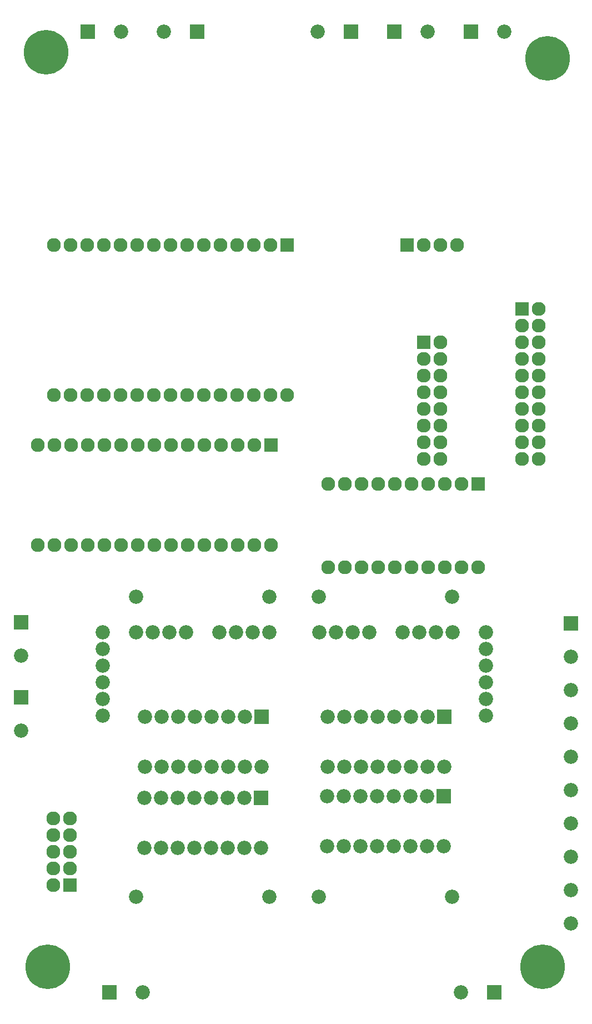
<source format=gbs>
G04 #@! TF.FileFunction,Soldermask,Bot*
%FSLAX46Y46*%
G04 Gerber Fmt 4.6, Leading zero omitted, Abs format (unit mm)*
G04 Created by KiCad (PCBNEW 4.0.4-stable) date Thursday, September 01, 2016 'PMt' 05:44:21 PM*
%MOMM*%
%LPD*%
G01*
G04 APERTURE LIST*
%ADD10C,0.100000*%
%ADD11R,2.127200X2.127200*%
%ADD12C,2.127200*%
%ADD13R,2.178000X2.178000*%
%ADD14C,2.178000*%
%ADD15C,6.800000*%
%ADD16O,2.127200X2.127200*%
G04 APERTURE END LIST*
D10*
D11*
X101727000Y-104394000D03*
D12*
X99187000Y-104394000D03*
X96647000Y-104394000D03*
X94107000Y-104394000D03*
X91567000Y-104394000D03*
X89027000Y-104394000D03*
X86487000Y-104394000D03*
X83947000Y-104394000D03*
X81407000Y-104394000D03*
X78867000Y-104394000D03*
X76327000Y-104394000D03*
X73787000Y-104394000D03*
X71247000Y-104394000D03*
X68707000Y-104394000D03*
X66167000Y-104394000D03*
X66167000Y-127254000D03*
X68707000Y-127254000D03*
X71247000Y-127254000D03*
X73787000Y-127254000D03*
X76327000Y-127254000D03*
X78867000Y-127254000D03*
X81407000Y-127254000D03*
X83947000Y-127254000D03*
X86487000Y-127254000D03*
X89027000Y-127254000D03*
X91567000Y-127254000D03*
X94107000Y-127254000D03*
X96647000Y-127254000D03*
X99187000Y-127254000D03*
X101727000Y-127254000D03*
D13*
X145034000Y-162052000D03*
D14*
X145034000Y-167132000D03*
X145034000Y-172212000D03*
X145034000Y-177292000D03*
X145034000Y-182372000D03*
X145034000Y-187452000D03*
X145034000Y-192532000D03*
X145034000Y-197612000D03*
X145034000Y-202692000D03*
X145034000Y-207772000D03*
D15*
X140716000Y-214376000D03*
X65278000Y-214376000D03*
X141478000Y-75946000D03*
D13*
X61214000Y-173355000D03*
D14*
X61214000Y-178435000D03*
X126873000Y-203765212D03*
X106553000Y-203765212D03*
X106553000Y-158045212D03*
X126873000Y-158045212D03*
X99060000Y-203765212D03*
X78740000Y-203765212D03*
X78740000Y-158045212D03*
X99060000Y-158045212D03*
D13*
X125730000Y-176276000D03*
D14*
X123190000Y-176276000D03*
X120650000Y-176276000D03*
X118110000Y-176276000D03*
X115570000Y-176276000D03*
X113030000Y-176276000D03*
X110490000Y-176276000D03*
X107950000Y-176276000D03*
X107950000Y-183896000D03*
X110490000Y-183896000D03*
X113030000Y-183896000D03*
X115570000Y-183896000D03*
X118110000Y-183896000D03*
X120650000Y-183896000D03*
X123190000Y-183896000D03*
X125730000Y-183896000D03*
D13*
X74625200Y-218313000D03*
D14*
X79705200Y-218313000D03*
D13*
X118110000Y-71882000D03*
D14*
X123190000Y-71882000D03*
D13*
X88011000Y-71882000D03*
D14*
X82931000Y-71882000D03*
D13*
X111506000Y-71882000D03*
D14*
X106426000Y-71882000D03*
D13*
X71374000Y-71882000D03*
D14*
X76454000Y-71882000D03*
D13*
X129794000Y-71882000D03*
D14*
X134874000Y-71882000D03*
D13*
X125628400Y-188417200D03*
D14*
X123088400Y-188417200D03*
X120548400Y-188417200D03*
X118008400Y-188417200D03*
X115468400Y-188417200D03*
X112928400Y-188417200D03*
X110388400Y-188417200D03*
X107848400Y-188417200D03*
X107848400Y-196037200D03*
X110388400Y-196037200D03*
X112928400Y-196037200D03*
X115468400Y-196037200D03*
X118008400Y-196037200D03*
X120548400Y-196037200D03*
X123088400Y-196037200D03*
X125628400Y-196037200D03*
D13*
X97815400Y-176326800D03*
D14*
X95275400Y-176326800D03*
X92735400Y-176326800D03*
X90195400Y-176326800D03*
X87655400Y-176326800D03*
X85115400Y-176326800D03*
X82575400Y-176326800D03*
X80035400Y-176326800D03*
X80035400Y-183946800D03*
X82575400Y-183946800D03*
X85115400Y-183946800D03*
X87655400Y-183946800D03*
X90195400Y-183946800D03*
X92735400Y-183946800D03*
X95275400Y-183946800D03*
X97815400Y-183946800D03*
D13*
X97764600Y-188696600D03*
D14*
X95224600Y-188696600D03*
X92684600Y-188696600D03*
X90144600Y-188696600D03*
X87604600Y-188696600D03*
X85064600Y-188696600D03*
X82524600Y-188696600D03*
X79984600Y-188696600D03*
X79984600Y-196316600D03*
X82524600Y-196316600D03*
X85064600Y-196316600D03*
X87604600Y-196316600D03*
X90144600Y-196316600D03*
X92684600Y-196316600D03*
X95224600Y-196316600D03*
X97764600Y-196316600D03*
D13*
X133350000Y-218313000D03*
D14*
X128270000Y-218313000D03*
D11*
X68643500Y-201993500D03*
D16*
X66103500Y-201993500D03*
X68643500Y-199453500D03*
X66103500Y-199453500D03*
X68643500Y-196913500D03*
X66103500Y-196913500D03*
X68643500Y-194373500D03*
X66103500Y-194373500D03*
X68643500Y-191833500D03*
X66103500Y-191833500D03*
D11*
X120015000Y-104394000D03*
D16*
X122555000Y-104394000D03*
X125095000Y-104394000D03*
X127635000Y-104394000D03*
D11*
X130873500Y-140843000D03*
D12*
X128333500Y-140843000D03*
X125793500Y-140843000D03*
X123253500Y-140843000D03*
X120713500Y-140843000D03*
X118173500Y-140843000D03*
X115633500Y-140843000D03*
X113093500Y-140843000D03*
X110553500Y-140843000D03*
X108013500Y-140843000D03*
X108013500Y-153543000D03*
X110553500Y-153543000D03*
X113093500Y-153543000D03*
X115633500Y-153543000D03*
X118173500Y-153543000D03*
X120713500Y-153543000D03*
X123253500Y-153543000D03*
X125793500Y-153543000D03*
X128333500Y-153543000D03*
X130873500Y-153543000D03*
D11*
X137541000Y-114173000D03*
D16*
X140081000Y-114173000D03*
X137541000Y-116713000D03*
X140081000Y-116713000D03*
X137541000Y-119253000D03*
X140081000Y-119253000D03*
X137541000Y-121793000D03*
X140081000Y-121793000D03*
X137541000Y-124333000D03*
X140081000Y-124333000D03*
X137541000Y-126873000D03*
X140081000Y-126873000D03*
X137541000Y-129413000D03*
X140081000Y-129413000D03*
X137541000Y-131953000D03*
X140081000Y-131953000D03*
X137541000Y-134493000D03*
X140081000Y-134493000D03*
X137541000Y-137033000D03*
X140081000Y-137033000D03*
D11*
X122555000Y-119253000D03*
D16*
X125095000Y-119253000D03*
X122555000Y-121793000D03*
X125095000Y-121793000D03*
X122555000Y-124333000D03*
X125095000Y-124333000D03*
X122555000Y-126873000D03*
X125095000Y-126873000D03*
X122555000Y-129413000D03*
X125095000Y-129413000D03*
X122555000Y-131953000D03*
X125095000Y-131953000D03*
X122555000Y-134493000D03*
X125095000Y-134493000D03*
X122555000Y-137033000D03*
X125095000Y-137033000D03*
D13*
X61214000Y-161925000D03*
D14*
X61214000Y-167005000D03*
D15*
X65024000Y-75057000D03*
D12*
X78994000Y-150177500D03*
D11*
X99314000Y-134937500D03*
D12*
X96774000Y-134937500D03*
X94234000Y-134937500D03*
X91694000Y-134937500D03*
X89154000Y-134937500D03*
X86614000Y-134937500D03*
X84074000Y-134937500D03*
X81534000Y-134937500D03*
X78994000Y-134937500D03*
X76454000Y-134937500D03*
X73914000Y-134937500D03*
X71374000Y-134937500D03*
X68834000Y-134937500D03*
X66294000Y-134937500D03*
X63754000Y-134937500D03*
X99314000Y-150177500D03*
X96774000Y-150177500D03*
X94234000Y-150177500D03*
X91694000Y-150177500D03*
X89154000Y-150177500D03*
X86614000Y-150177500D03*
X84074000Y-150177500D03*
X81534000Y-150177500D03*
X76454000Y-150177500D03*
X73914000Y-150177500D03*
X71374000Y-150177500D03*
X68834000Y-150177500D03*
X66294000Y-150177500D03*
X63754000Y-150177500D03*
D14*
X132080000Y-176149000D03*
X132080000Y-173609000D03*
X132080000Y-171069000D03*
X132080000Y-168529000D03*
X132080000Y-165989000D03*
X132080000Y-163449000D03*
X127000000Y-163449000D03*
X124460000Y-163449000D03*
X121920000Y-163449000D03*
X119380000Y-163449000D03*
X114300000Y-163449000D03*
X111760000Y-163449000D03*
X109220000Y-163449000D03*
X106680000Y-163449000D03*
X99060000Y-163449000D03*
X96520000Y-163449000D03*
X93980000Y-163449000D03*
X91440000Y-163449000D03*
X86360000Y-163449000D03*
X83820000Y-163449000D03*
X81280000Y-163449000D03*
X78740000Y-163449000D03*
X73660000Y-163449000D03*
X73660000Y-165989000D03*
X73660000Y-168529000D03*
X73660000Y-171069000D03*
X73660000Y-173609000D03*
X73660000Y-176149000D03*
M02*

</source>
